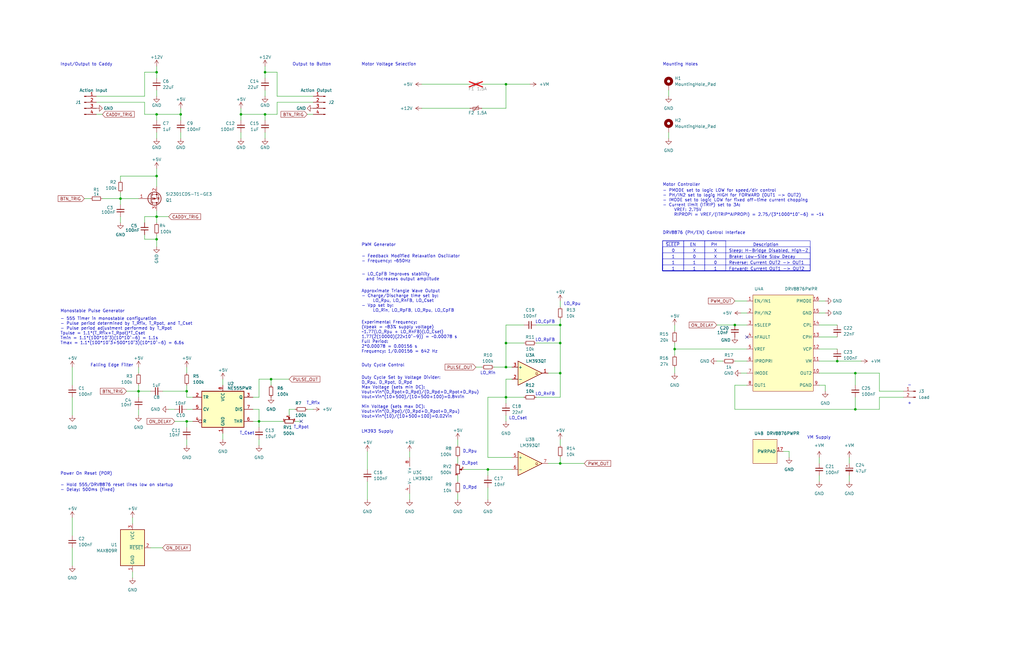
<source format=kicad_sch>
(kicad_sch (version 20231120) (generator "eeschema") (generator_version "8.0")
  (paper "B")
  (title_block (title "Pulse Power Timer") (rev "1") (company "LEARN Geeks for Kids") (comment 1 "Designed By: Joe Heinrich"))
  (junction (at 213.36 167.64))
  (junction (at 66.04 74.295))
  (junction (at 78.74 177.8))
  (junction (at 236.22 137.16))
  (junction (at 360.68 157.48))
  (junction (at 309.88 137.16))
  (junction (at 109.22 177.8))
  (junction (at 50.8 83.82))
  (junction (at 66.04 30.48))
  (junction (at 78.74 165.1))
  (junction (at 66.04 48.26))
  (junction (at 236.22 195.58))
  (junction (at 66.04 91.44))
  (junction (at 114.3 160.02))
  (junction (at 353.06 152.4))
  (junction (at 205.74 198.12))
  (junction (at 213.36 35.56))
  (junction (at 236.22 144.78))
  (junction (at 101.6 48.26))
  (junction (at 236.22 157.48))
  (junction (at 111.76 48.26))
  (junction (at 76.2 48.26))
  (junction (at 284.48 147.32))
  (junction (at 213.36 144.78))
  (junction (at 58.42 165.1))
  (junction (at 213.36 154.94))
  (junction (at 66.04 100.965))
  (junction (at 360.68 172.72))
  (junction (at 111.76 30.48))
  (no_connect (at 314.96 142.24))
  (no_connect (at 127 177.8))
  (wire (pts (xy 93.98 160.02) (xy 93.98 162.56)))
  (wire (pts (xy 177.8 35.56) (xy 198.12 35.56)))
  (wire (pts (xy 50.8 83.82) (xy 58.42 83.82)))
  (wire (pts (xy 109.22 167.64) (xy 109.22 160.02)))
  (wire (pts (xy 101.6 50.8) (xy 101.6 48.26)))
  (wire (pts (xy 50.8 86.36) (xy 50.8 83.82)))
  (wire (pts (xy 345.44 142.24) (xy 353.06 142.24)))
  (wire (pts (xy 205.74 198.12) (xy 215.9 198.12)))
  (wire (pts (xy 111.76 40.64) (xy 111.76 38.1)))
  (wire (pts (xy 76.2 50.8) (xy 76.2 48.26)))
  (wire (pts (xy 30.48 231.14) (xy 30.48 238.76)))
  (wire (pts (xy 106.68 172.72) (xy 109.22 172.72)))
  (wire (pts (xy 63.5 231.14) (xy 68.58 231.14)))
  (wire (pts (xy 358.14 200.66) (xy 358.14 203.2)))
  (wire (pts (xy 208.28 154.94) (xy 213.36 154.94)))
  (wire (pts (xy 205.74 198.12) (xy 205.74 200.66)))
  (wire (pts (xy 66.04 100.965) (xy 66.04 104.14)))
  (wire (pts (xy 220.98 137.16) (xy 213.36 137.16)))
  (wire (pts (xy 360.68 167.64) (xy 360.68 172.72)))
  (wire (pts (xy 114.3 160.02) (xy 121.92 160.02)))
  (wire (pts (xy 345.44 162.56) (xy 347.98 162.56)))
  (wire (pts (xy 330.2 190.5) (xy 332.74 190.5)))
  (wire (pts (xy 213.36 137.16) (xy 213.36 144.78)))
  (wire (pts (xy 124.46 177.8) (xy 127 177.8)))
  (wire (pts (xy 116.84 40.64) (xy 132.08 40.64)))
  (wire (pts (xy 30.48 167.64) (xy 30.48 175.26)))
  (wire (pts (xy 345.44 127) (xy 347.98 127)))
  (wire (pts (xy 345.44 132.08) (xy 347.98 132.08)))
  (wire (pts (xy 35.56 83.82) (xy 38.1 83.82)))
  (wire (pts (xy 53.34 165.1) (xy 58.42 165.1)))
  (wire (pts (xy 114.3 160.02) (xy 114.3 162.56)))
  (wire (pts (xy 58.42 154.94) (xy 58.42 157.48)))
  (wire (pts (xy 284.48 147.32) (xy 314.96 147.32)))
  (wire (pts (xy 78.74 185.42) (xy 78.74 187.96)))
  (wire (pts (xy 111.76 50.8) (xy 111.76 48.26)))
  (wire (pts (xy 205.74 193.04) (xy 215.9 193.04)))
  (wire (pts (xy 284.48 137.16) (xy 284.48 139.7)))
  (wire (pts (xy 93.98 185.42) (xy 93.98 182.88)))
  (wire (pts (xy 78.74 167.64) (xy 81.28 167.64)))
  (wire (pts (xy 66.04 40.64) (xy 66.04 38.1)))
  (wire (pts (xy 284.48 154.94) (xy 284.48 157.48)))
  (wire (pts (xy 193.04 200.66) (xy 193.04 203.2)))
  (wire (pts (xy 43.18 83.82) (xy 50.8 83.82)))
  (wire (pts (xy 193.04 208.28) (xy 193.04 210.82)))
  (wire (pts (xy 101.6 58.42) (xy 101.6 55.88)))
  (wire (pts (xy 66.04 88.9) (xy 66.04 91.44)))
  (wire (pts (xy 111.76 48.26) (xy 101.6 48.26)))
  (wire (pts (xy 236.22 127) (xy 236.22 129.54)))
  (wire (pts (xy 236.22 157.48) (xy 236.22 167.64)))
  (wire (pts (xy 58.42 162.56) (xy 58.42 165.1)))
  (wire (pts (xy 78.74 165.1) (xy 78.74 167.64)))
  (wire (pts (xy 66.04 50.8) (xy 66.04 48.26)))
  (wire (pts (xy 309.88 162.56) (xy 314.96 162.56)))
  (wire (pts (xy 172.72 208.28) (xy 172.72 210.82)))
  (wire (pts (xy 66.04 74.295) (xy 66.04 78.74)))
  (wire (pts (xy 205.74 205.74) (xy 205.74 210.82)))
  (wire (pts (xy 50.8 74.295) (xy 66.04 74.295)))
  (wire (pts (xy 172.72 190.5) (xy 172.72 193.04)))
  (wire (pts (xy 284.48 144.78) (xy 284.48 147.32)))
  (wire (pts (xy 213.36 167.64) (xy 213.36 170.18)))
  (wire (pts (xy 30.48 154.94) (xy 30.48 162.56)))
  (wire (pts (xy 116.84 43.18) (xy 132.08 43.18)))
  (wire (pts (xy 281.94 55.88) (xy 281.94 58.42)))
  (wire (pts (xy 60.96 100.965) (xy 60.96 99.06)))
  (wire (pts (xy 66.04 100.965) (xy 60.96 100.965)))
  (wire (pts (xy 203.2 35.56) (xy 213.36 35.56)))
  (wire (pts (xy 345.44 152.4) (xy 353.06 152.4)))
  (wire (pts (xy 284.48 147.32) (xy 284.48 149.86)))
  (wire (pts (xy 220.98 144.78) (xy 213.36 144.78)))
  (wire (pts (xy 66.04 91.44) (xy 66.04 93.98)))
  (wire (pts (xy 58.42 165.1) (xy 63.5 165.1)))
  (wire (pts (xy 226.06 144.78) (xy 236.22 144.78)))
  (wire (pts (xy 345.44 147.32) (xy 353.06 147.32)))
  (wire (pts (xy 109.22 187.96) (xy 109.22 185.42)))
  (wire (pts (xy 60.96 40.64) (xy 40.64 40.64)))
  (wire (pts (xy 345.44 157.48) (xy 360.68 157.48)))
  (wire (pts (xy 66.04 99.06) (xy 66.04 100.965)))
  (wire (pts (xy 66.04 48.26) (xy 76.2 48.26)))
  (wire (pts (xy 213.36 160.02) (xy 213.36 167.64)))
  (wire (pts (xy 213.36 35.56) (xy 223.52 35.56)))
  (wire (pts (xy 58.42 172.72) (xy 58.42 175.26)))
  (wire (pts (xy 213.36 167.64) (xy 205.74 167.64)))
  (wire (pts (xy 154.94 190.5) (xy 154.94 198.12)))
  (wire (pts (xy 60.96 91.44) (xy 66.04 91.44)))
  (wire (pts (xy 332.74 190.5) (xy 332.74 193.04)))
  (wire (pts (xy 370.84 167.64) (xy 370.84 172.72)))
  (wire (pts (xy 226.06 137.16) (xy 236.22 137.16)))
  (wire (pts (xy 360.68 172.72) (xy 309.88 172.72)))
  (wire (pts (xy 154.94 203.2) (xy 154.94 210.82)))
  (wire (pts (xy 109.22 172.72) (xy 109.22 177.8)))
  (wire (pts (xy 236.22 134.62) (xy 236.22 137.16)))
  (wire (pts (xy 302.26 152.4) (xy 304.8 152.4)))
  (wire (pts (xy 60.96 30.48) (xy 66.04 30.48)))
  (wire (pts (xy 370.84 172.72) (xy 360.68 172.72)))
  (wire (pts (xy 347.98 162.56) (xy 347.98 165.1)))
  (wire (pts (xy 370.84 165.1) (xy 381 165.1)))
  (wire (pts (xy 193.04 193.04) (xy 193.04 195.58)))
  (wire (pts (xy 226.06 167.64) (xy 236.22 167.64)))
  (wire (pts (xy 236.22 137.16) (xy 236.22 144.78)))
  (wire (pts (xy 302.26 137.16) (xy 309.88 137.16)))
  (wire (pts (xy 111.76 30.48) (xy 111.76 33.02)))
  (wire (pts (xy 309.88 152.4) (xy 314.96 152.4)))
  (wire (pts (xy 71.12 172.72) (xy 73.66 172.72)))
  (wire (pts (xy 109.22 177.8) (xy 109.22 180.34)))
  (wire (pts (xy 66.04 27.94) (xy 66.04 30.48)))
  (wire (pts (xy 60.96 30.48) (xy 60.96 40.64)))
  (wire (pts (xy 50.8 91.44) (xy 50.8 93.98)))
  (wire (pts (xy 111.76 27.94) (xy 111.76 30.48)))
  (wire (pts (xy 309.88 172.72) (xy 309.88 162.56)))
  (wire (pts (xy 66.04 71.12) (xy 66.04 74.295)))
  (wire (pts (xy 195.58 198.12) (xy 205.74 198.12)))
  (wire (pts (xy 309.88 137.16) (xy 314.96 137.16)))
  (wire (pts (xy 66.04 30.48) (xy 66.04 33.02)))
  (wire (pts (xy 66.04 91.44) (xy 71.12 91.44)))
  (wire (pts (xy 60.96 48.26) (xy 60.96 43.18)))
  (wire (pts (xy 381 167.64) (xy 370.84 167.64)))
  (wire (pts (xy 66.04 55.88) (xy 66.04 58.42)))
  (wire (pts (xy 78.74 154.94) (xy 78.74 157.48)))
  (wire (pts (xy 76.2 58.42) (xy 76.2 55.88)))
  (wire (pts (xy 116.84 48.26) (xy 111.76 48.26)))
  (wire (pts (xy 78.74 172.72) (xy 81.28 172.72)))
  (wire (pts (xy 281.94 38.1) (xy 281.94 40.64)))
  (wire (pts (xy 213.36 144.78) (xy 213.36 154.94)))
  (wire (pts (xy 101.6 48.26) (xy 101.6 45.72)))
  (wire (pts (xy 236.22 157.48) (xy 236.22 144.78)))
  (wire (pts (xy 58.42 165.1) (xy 58.42 167.64)))
  (wire (pts (xy 60.96 43.18) (xy 40.64 43.18)))
  (wire (pts (xy 215.9 160.02) (xy 213.36 160.02)))
  (wire (pts (xy 345.44 200.66) (xy 345.44 203.2)))
  (wire (pts (xy 360.68 157.48) (xy 370.84 157.48)))
  (wire (pts (xy 203.2 45.72) (xy 213.36 45.72)))
  (wire (pts (xy 353.06 152.4) (xy 363.22 152.4)))
  (wire (pts (xy 68.58 165.1) (xy 78.74 165.1)))
  (wire (pts (xy 30.48 218.44) (xy 30.48 226.06)))
  (wire (pts (xy 370.84 157.48) (xy 370.84 165.1)))
  (wire (pts (xy 213.36 175.26) (xy 213.36 177.8)))
  (wire (pts (xy 231.14 195.58) (xy 236.22 195.58)))
  (wire (pts (xy 345.44 193.04) (xy 345.44 195.58)))
  (wire (pts (xy 106.68 167.64) (xy 109.22 167.64)))
  (wire (pts (xy 358.14 193.04) (xy 358.14 195.58)))
  (wire (pts (xy 312.42 157.48) (xy 314.96 157.48)))
  (wire (pts (xy 200.66 154.94) (xy 203.2 154.94)))
  (wire (pts (xy 55.88 218.44) (xy 55.88 220.98)))
  (wire (pts (xy 106.68 177.8) (xy 109.22 177.8)))
  (wire (pts (xy 55.88 241.3) (xy 55.88 243.84)))
  (wire (pts (xy 73.66 177.8) (xy 78.74 177.8)))
  (wire (pts (xy 60.96 91.44) (xy 60.96 93.98)))
  (wire (pts (xy 309.88 127) (xy 314.96 127)))
  (wire (pts (xy 40.64 48.26) (xy 43.18 48.26)))
  (wire (pts (xy 129.54 48.26) (xy 132.08 48.26)))
  (wire (pts (xy 50.8 74.295) (xy 50.8 76.2)))
  (wire (pts (xy 60.96 48.26) (xy 66.04 48.26)))
  (wire (pts (xy 231.14 157.48) (xy 236.22 157.48)))
  (wire (pts (xy 76.2 48.26) (xy 76.2 45.72)))
  (wire (pts (xy 116.84 48.26) (xy 116.84 43.18)))
  (wire (pts (xy 360.68 157.48) (xy 360.68 162.56)))
  (wire (pts (xy 116.84 30.48) (xy 111.76 30.48)))
  (wire (pts (xy 109.22 160.02) (xy 114.3 160.02)))
  (wire (pts (xy 236.22 185.42) (xy 236.22 187.96)))
  (wire (pts (xy 111.76 55.88) (xy 111.76 58.42)))
  (wire (pts (xy 236.22 195.58) (xy 246.38 195.58)))
  (wire (pts (xy 312.42 132.08) (xy 314.96 132.08)))
  (wire (pts (xy 121.92 172.72) (xy 124.46 172.72)))
  (wire (pts (xy 345.44 137.16) (xy 353.06 137.16)))
  (wire (pts (xy 78.74 162.56) (xy 78.74 165.1)))
  (wire (pts (xy 109.22 177.8) (xy 119.38 177.8)))
  (wire (pts (xy 193.04 185.42) (xy 193.04 187.96)))
  (wire (pts (xy 132.08 172.72) (xy 129.54 172.72)))
  (wire (pts (xy 121.92 175.26) (xy 121.92 172.72)))
  (wire (pts (xy 213.36 167.64) (xy 220.98 167.64)))
  (wire (pts (xy 78.74 177.8) (xy 78.74 180.34)))
  (wire (pts (xy 213.36 45.72) (xy 213.36 35.56)))
  (wire (pts (xy 177.8 45.72) (xy 198.12 45.72)))
  (wire (pts (xy 50.8 81.28) (xy 50.8 83.82)))
  (wire (pts (xy 78.74 177.8) (xy 81.28 177.8)))
  (wire (pts (xy 205.74 167.64) (xy 205.74 193.04)))
  (wire (pts (xy 213.36 154.94) (xy 215.9 154.94)))
  (wire (pts (xy 116.84 30.48) (xy 116.84 40.64)))
  (wire (pts (xy 236.22 193.04) (xy 236.22 195.58)))
  (rectangle (start 279.4 101.6) (end 288.29 114.3))
  (rectangle (start 279.4 104.14) (end 341.63 114.3))
  (rectangle (start 279.4 101.6) (end 341.63 114.3))
  (rectangle (start 279.4 106.68) (end 341.63 114.3))
  (rectangle (start 297.18 101.6) (end 306.07 114.3))
  (rectangle (start 288.29 101.6) (end 297.18 114.3))
  (rectangle (start 279.4 111.76) (end 341.63 114.3))
  (rectangle (start 279.4 109.22) (end 341.63 114.3))
  (text "T_Rpot" (at 127 180.34 0) (effects (font (size 1.27 1.27))))
  (text "0" (at 292.1 109.22 0) (effects (font (size 1.27 1.27)) (justify left bottom)))
  (text "1" (at 283.21 114.3 0) (effects (font (size 1.27 1.27)) (justify left bottom)))
  (text "-" (at 383.54 162.56 0) (effects (font (size 1.27 1.27))))
  (text "0" (at 300.99 111.76 0) (effects (font (size 1.27 1.27)) (justify left bottom)))
  (text "Description" (at 317.5 104.14 0) (effects (font (size 1.27 1.27)) (justify left bottom)))
  (text "X" (at 300.99 109.22 0) (effects (font (size 1.27 1.27)) (justify left bottom)))
  (text "PWM Generator" (at 152.4 104.14 0) (effects (font (size 1.27 1.27)) (justify left bottom)))
  (text "- 555 Timer in monostable configuration\n- Pulse period determined by T_Rfix, T_Rpot, and T_Cset\n- Pulse period adjustment performed by T_Rpot\nTpulse = 1.1*(T_Rfix+T_Rpot)*T_Cset\nTmin = 1.1*(100*10^3)(10*10^-6) = 1.1s\nTmax = 1.1*(100*10^3+500*10^3)(10*10^-6) = 6.6s\n" (at 25.4 139.7 0) (effects (font (size 1.27 1.27)) (justify left)))
  (text "- Feedback Modified Relaxation Oscillator\n- Frequency: ~650Hz" (at 152.4 109.22 0) (effects (font (size 1.27 1.27)) (justify left)))
  (text "Brake; Low-Side Slow Decay" (at 307.34 109.22 0) (effects (font (size 1.27 1.27)) (justify left bottom)))
  (text "0" (at 283.21 106.68 0) (effects (font (size 1.27 1.27)) (justify left bottom)))
  (text "D_Rpot" (at 198.12 195.58 0) (effects (font (size 1.27 1.27))))
  (text "Monostable Pulse Generator" (at 25.4 132.08 0) (effects (font (size 1.27 1.27)) (justify left bottom)))
  (text "D_Rpd" (at 198.12 205.74 0) (effects (font (size 1.27 1.27))))
  (text "LO_CpFB" (at 229.87 135.89 0) (effects (font (size 1.27 1.27))))
  (text "LM393 Supply" (at 152.4 182.88 0) (effects (font (size 1.27 1.27)) (justify left bottom)))
  (text "LO_Cset" (at 218.44 176.53 0) (effects (font (size 1.27 1.27))))
  (text "1" (at 292.1 114.3 0) (effects (font (size 1.27 1.27)) (justify left bottom)))
  (text "D_Rpu" (at 198.12 190.5 0) (effects (font (size 1.27 1.27))))
  (text "- LO_CpFB improves stability\n  and increases output amplitude" (at 152.4 116.84 0) (effects (font (size 1.27 1.27)) (justify left)))
  (text "X" (at 292.1 106.68 0) (effects (font (size 1.27 1.27)) (justify left bottom)))
  (text "Reverse; Current OUT2 -> OUT1" (at 307.34 111.76 0) (effects (font (size 1.27 1.27)) (justify left bottom)))
  (text "+" (at 383.54 170.18 0) (effects (font (size 1.27 1.27))))
  (text "- PMODE set to logic LOW for speed/dir control\n- PH/IN2 set to logig HIGH for FORWARD (OUT1 -> OUT2)\n- IMODE set to logic LOW for fixed off-time current chopping\n- Current limit (ITRIP) set to 3A:\n	VREF: 2.75V\n	RIPROPI = VREF/(ITRIP*AIPROPI) = 2.75/(3*1000*10^-6) = ~1k" (at 279.4 91.44 0) (effects (font (size 1.27 1.27)) (justify left bottom)))
  (text "LO_Rpu" (at 241.3 128.27 0) (effects (font (size 1.27 1.27))))
  (text "1" (at 283.21 109.22 0) (effects (font (size 1.27 1.27)) (justify left bottom)))
  (text "DRV8876 (PH/EN) Control Interface" (at 279.4 99.06 0) (effects (font (size 1.27 1.27)) (justify left bottom)))
  (text "Motor Voltage Selection" (at 152.4 27.94 0) (effects (font (size 1.27 1.27)) (justify left bottom)))
  (text "~{SLEEP}" (at 280.67 104.14 0) (effects (font (size 1.27 1.27)) (justify left bottom)))
  (text "LO_Rin" (at 205.74 157.48 0) (effects (font (size 1.27 1.27))))
  (text "Forward; Current OUT1 -> OUT2" (at 307.34 114.3 0) (effects (font (size 1.27 1.27)) (justify left bottom)))
  (text "Falling Edge Filter" (at 38.1 154.94 0) (effects (font (size 1.27 1.27)) (justify left bottom)))
  (text "- Hold 555/DRV8876 reset lines low on startup\n- Delay: 500ms (fixed)" (at 25.4 205.74 0) (effects (font (size 1.27 1.27)) (justify left)))
  (text "Mounting Holes" (at 279.4 27.94 0) (effects (font (size 1.27 1.27)) (justify left bottom)))
  (text "T_Rfix" (at 132.08 170.18 0) (effects (font (size 1.27 1.27))))
  (text "LO_RnFB" (at 229.87 166.37 0) (effects (font (size 1.27 1.27))))
  (text "EN" (at 290.83 104.14 0) (effects (font (size 1.27 1.27)) (justify left bottom)))
  (text "1" (at 283.21 111.76 0) (effects (font (size 1.27 1.27)) (justify left bottom)))
  (text "PH" (at 299.72 104.14 0) (effects (font (size 1.27 1.27)) (justify left bottom)))
  (text "Approximate Triangle Wave Output\n- Charge/Discharge time set by:\n	LO_Rpu, LO_RnFB, LO_Cset\n- Vpp set by:\n	LO_Rin, LO_RpFB, LO_Rpu, LO_CpFB" (at 152.4 127 0) (effects (font (size 1.27 1.27)) (justify left)))
  (text "X" (at 300.99 106.68 0) (effects (font (size 1.27 1.27)) (justify left bottom)))
  (text "Duty Cycle Control" (at 152.4 154.94 0) (effects (font (size 1.27 1.27)) (justify left bottom)))
  (text "VM Supply" (at 340.36 185.42 0) (effects (font (size 1.27 1.27)) (justify left bottom)))
  (text "Motor Controller" (at 279.4 78.74 0) (effects (font (size 1.27 1.27)) (justify left bottom)))
  (text "Output to Button" (at 139.7 27.94 0) (effects (font (size 1.27 1.27)) (justify right bottom)))
  (text "Experimental Frequency:\n(Vpeak = ~83% supply voltage)\n~1.77(LO_Rpu + LO_RnFB)(LO_Cset)\n1.77(2(10000)(22x10^-9)) = ~0.00078 s\nFull Period:\n2*0.00078 = 0.00156 s\nFrequency: 1/0.00156 = 642 Hz" (at 152.4 142.24 0) (effects (font (size 1.27 1.27)) (justify left)))
  (text "T_Cset" (at 104.14 182.88 0) (effects (font (size 1.27 1.27))))
  (text "Sleep; H-Bridge Disabled, High-Z" (at 307.34 106.68 0) (effects (font (size 1.27 1.27)) (justify left bottom)))
  (text "Power On Reset (POR)" (at 25.4 200.66 0) (effects (font (size 1.27 1.27)) (justify left bottom)))
  (text "1" (at 292.1 111.76 0) (effects (font (size 1.27 1.27)) (justify left bottom)))
  (text "LO_RpFB" (at 229.87 143.51 0) (effects (font (size 1.27 1.27))))
  (text "Duty Cycle Set by Voltage Divider:\nD_Rpu, D_Rpot, D_Rpd\nMax Voltage (sets min DC):\nVout=Vin*(D_Rpot+D_Rpd)/(D_Rpd+D_Rpot+D_Rpu)\nVout=Vin*(10+500)/(10+500+100)=0.84Vin\n\nMin Voltage (sets max DC):\nVout=Vin*(D_Rpd)/(D_Rpd+D_Rpot+D_Rpu)\nVout=Vin*(10)/(10+500+100)=0.02Vin" (at 152.4 167.64 0) (effects (font (size 1.27 1.27)) (justify left)))
  (text "1" (at 300.99 114.3 0) (effects (font (size 1.27 1.27)) (justify left bottom)))
  (text "Input/Output to Caddy" (at 25.4 27.94 0) (effects (font (size 1.27 1.27)) (justify left bottom)))
  (global_label "PWM_OUT" (shape input) (at 246.38 195.58 0) (property "Intersheetrefs" "${INTERSHEET_REFS}" (effects (hide yes))))
  (global_label "CADDY_TRIG" (shape input) (at 43.18 48.26 0) (property "Intersheetrefs" "${INTERSHEET_REFS}" (effects (hide yes))))
  (global_label "BTN_TRIG" (shape input) (at 35.56 83.82 180) (property "Intersheetrefs" "${INTERSHEET_REFS}" (effects (hide yes))))
  (global_label "CADDY_TRIG" (shape input) (at 71.12 91.44 0) (property "Intersheetrefs" "${INTERSHEET_REFS}" (effects (hide yes))))
  (global_label "PULSE_OUT" (shape input) (at 121.92 160.02 0) (property "Intersheetrefs" "${INTERSHEET_REFS}" (effects (hide yes))))
  (global_label "PWM_OUT" (shape input) (at 309.88 127 180) (property "Intersheetrefs" "${INTERSHEET_REFS}" (effects (hide yes))))
  (global_label "BTN_TRIG" (shape input) (at 53.34 165.1 180) (property "Intersheetrefs" "${INTERSHEET_REFS}" (effects (hide yes))))
  (global_label "ON_DELAY" (shape input) (at 73.66 177.8 180) (property "Intersheetrefs" "${INTERSHEET_REFS}" (effects (hide yes))))
  (global_label "BTN_TRIG" (shape input) (at 129.54 48.26 180) (property "Intersheetrefs" "${INTERSHEET_REFS}" (effects (hide yes))))
  (global_label "ON_DELAY" (shape input) (at 302.26 137.16 180) (property "Intersheetrefs" "${INTERSHEET_REFS}" (effects (hide yes))))
  (global_label "ON_DELAY" (shape input) (at 68.58 231.14 0) (property "Intersheetrefs" "${INTERSHEET_REFS}" (effects (hide yes))))
  (global_label "PULSE_OUT" (shape input) (at 200.66 154.94 180) (property "Intersheetrefs" "${INTERSHEET_REFS}" (effects (hide yes))))
  (symbol (lib_id "power:GND") (at 347.98 132.08 90) (unit 1)
    (property "Reference" "#PWR057" (effects (hide yes)))
    (property "Value" "GND" (at 353.06 132.08 90))
  )
  (symbol (lib_id "power:GND") (at 101.6 58.42 0) (mirror y) (unit 1)
    (property "Reference" "#PWR024" (effects (hide yes)))
    (property "Value" "GND" (at 101.6 62.23 0))
  )
  (symbol (lib_id "Device:C_Small") (at 76.2 53.34 0) (unit 1)
    (property "Reference" "C9" (at 78.74 52.07 0) (effects (justify left)))
    (property "Value" "100nF" (at 78.74 54.61 0) (effects (justify left)))
    (property "Footprint" "Capacitor_SMD:C_0402_1005Metric" (effects (hide yes)))
    (property "Datasheet" "https://wmsc.lcsc.com/wmsc/upload/file/pdf/v2/lcsc/2211101700_YAGEO-CC0603KRX7R9BB104_C14663.pdf" (effects (hide yes)))
    (property "MPN" "C307331" (effects (hide yes)))
    (property "Package" "0402" (effects (hide yes)))
  )
  (symbol (lib_id "Device:R_Small") (at 66.04 96.52 0) (mirror y) (unit 1)
    (property "Reference" "R4" (at 69.85 95.25 0) (effects (justify left)))
    (property "Value" "100k" (at 72.39 97.79 0) (effects (justify left)))
    (property "Footprint" "Resistor_SMD:R_0402_1005Metric" (effects (hide yes)))
    (property "Datasheet" "https://wmsc.lcsc.com/wmsc/upload/file/pdf/v2/lcsc/2206010045_UNI-ROYAL-Uniroyal-Elec-0603WAF1003T5E_C25803.pdf" (effects (hide yes)))
    (property "MPN" "C25741" (effects (hide yes)))
    (property "Package" "0402" (effects (hide yes)))
  )
  (symbol (lib_id "power:+5V") (at 193.04 185.42 0) (unit 1)
    (property "Reference" "#PWR034" (effects (hide yes)))
    (property "Value" "+5V" (at 193.04 181.61 0))
  )
  (symbol (lib_id "Device:C_Small") (at 66.04 53.34 0) (unit 1)
    (property "Reference" "C7" (at 68.58 52.0763 0) (effects (justify left)))
    (property "Value" "1uF" (at 68.58 54.6163 0) (effects (justify left)))
    (property "Footprint" "Capacitor_SMD:C_0402_1005Metric" (effects (hide yes)))
    (property "Datasheet" "https://wmsc.lcsc.com/wmsc/upload/file/pdf/v2/lcsc/2304140030_Samsung-Electro-Mechanics-CL10A105KB8NNNC_C15849.pdf" (effects (hide yes)))
    (property "MPN" "C52923" (effects (hide yes)))
    (property "Package" "0402" (effects (hide yes)))
  )
  (symbol (lib_id "power:GND") (at 71.12 172.72 270) (unit 1)
    (property "Reference" "#PWR016" (effects (hide yes)))
    (property "Value" "GND" (at 63.5 172.72 90) (effects (justify left)))
  )
  (symbol (lib_id "power:GND") (at 205.74 210.82 0) (unit 1)
    (property "Reference" "#PWR038" (effects (hide yes)))
    (property "Value" "GND" (at 205.74 215.9 0))
  )
  (symbol (lib_id "Device:Polyfuse_Small") (at 200.66 35.56 90) (unit 1) (in_bom no) (dnp yes)
    (property "Reference" "F1" (at 198.755 37.465 90))
    (property "Value" "1.5A" (at 203.2 37.465 90))
    (property "Footprint" "Fuse:Fuse_1210_3225Metric" (effects (hide yes)))
    (property "Datasheet" "https://wmsc.lcsc.com/wmsc/upload/file/pdf/v2/lcsc/2404021532_LUTE-1210L075-24AR_C22374902.pdf" (effects (hide yes)))
    (property "MPN" "C22374902" (effects (hide yes)))
    (property "Package" "1210" (effects (hide yes)))
  )
  (symbol (lib_id "Device:R_Small") (at 284.48 142.24 0) (mirror y) (unit 1)
    (property "Reference" "R15" (at 281.94 140.9699 0) (effects (justify left)))
    (property "Value" "20k" (at 281.94 143.5099 0) (effects (justify left)))
    (property "Footprint" "Resistor_SMD:R_0402_1005Metric" (effects (hide yes)))
    (property "Description" "Resistor, small symbol" (effects (hide yes)))
    (property "MPN" "C25765" (effects (hide yes)))
    (property "Package" "0402" (effects (hide yes)))
  )
  (symbol (lib_id "power:GND") (at 66.04 104.14 0) (unit 1)
    (property "Reference" "#PWR015" (effects (hide yes)))
    (property "Value" "GND" (at 66.04 109.22 90))
  )
  (symbol (lib_id "power:GND") (at 58.42 175.26 0) (unit 1)
    (property "Reference" "#PWR010" (effects (hide yes)))
    (property "Value" "GND" (at 58.42 180.34 0))
  )
  (symbol (lib_id "Device:R_Small") (at 114.3 165.1 0) (unit 1)
    (property "Reference" "R6" (at 116.84 163.8299 0) (effects (justify left)))
    (property "Value" "100k" (at 116.84 166.3699 0) (effects (justify left)))
    (property "Footprint" "Resistor_SMD:R_0402_1005Metric" (effects (hide yes)))
    (property "Datasheet" "https://wmsc.lcsc.com/wmsc/upload/file/pdf/v2/lcsc/2206010045_UNI-ROYAL-Uniroyal-Elec-0603WAF1003T5E_C25803.pdf" (effects (hide yes)))
    (property "MPN" "C25741" (effects (hide yes)))
    (property "Package" "0402" (effects (hide yes)))
  )
  (symbol (lib_id "Device:C_Small") (at 309.88 139.7 0) (mirror x) (unit 1)
    (property "Reference" "C20" (at 305.435 138.43 0))
    (property "Value" "10nF" (at 304.8 140.335 0))
    (property "Footprint" "Capacitor_SMD:C_0402_1005Metric" (effects (hide yes)))
    (property "MPN" " C15195" (effects (hide yes)))
    (property "Package" "0402" (effects (hide yes)))
  )
  (symbol (lib_id "power:+5V") (at 236.22 127 0) (unit 1)
    (property "Reference" "#PWR043" (effects (hide yes)))
    (property "Value" "+5V" (at 236.22 123.19 0))
  )
  (symbol (lib_id "Connector:Conn_01x04_Pin") (at 35.56 43.18 0) (unit 1) (in_bom no)
    (property "Reference" "J1" (at 33.02 43.18 0))
    (property "Value" "Action Input" (at 39.37 38.1 0))
    (property "Footprint" "Connector_JST:JST_XH_B4B-XH-A_1x04_P2.50mm_Vertical" (effects (hide yes)))
    (property "Package" "JST_XH_1x4_2.5mm" (effects (hide yes)))
  )
  (symbol (lib_id "power:+5V") (at 236.22 185.42 0) (unit 1)
    (property "Reference" "#PWR044" (effects (hide yes)))
    (property "Value" "+5V" (at 236.22 181.61 0))
  )
  (symbol (lib_id "Transistor_FET:Si2371EDS") (at 63.5 83.82 0) (mirror x) (unit 1)
    (property "Reference" "Q1" (at 69.85 84.455 0) (effects (justify left)))
    (property "Value" "SI2301CDS-T1-GE3" (at 69.85 81.915 0) (effects (justify left)))
    (property "Footprint" "Package_TO_SOT_SMD:SOT-23" (effects (hide yes)))
    (property "Datasheet" "http://www.vishay.com/docs/63924/si2371eds.pdf" (effects (hide yes)))
    (property "MPN" "C10487" (effects (hide yes)))
    (property "Package" "SOT-23" (effects (hide yes)))
  )
  (symbol (lib_id "Device:C_Small") (at 154.94 200.66 0) (unit 1)
    (property "Reference" "C16" (at 157.48 199.3962 0) (effects (justify left)))
    (property "Value" "100nF" (at 157.48 201.9362 0) (effects (justify left)))
    (property "Footprint" "Capacitor_SMD:C_0402_1005Metric" (effects (hide yes)))
    (property "Description" "Unpolarized capacitor, small symbol" (effects (hide yes)))
    (property "MPN" "C307331" (effects (hide yes)))
    (property "Package" "0402" (effects (hide yes)))
  )
  (symbol (lib_id "Device:C_Small") (at 223.52 137.16 90) (unit 1)
    (property "Reference" "C19" (at 223.5263 130.81 90))
    (property "Value" "100nF" (at 223.5263 133.35 90))
    (property "Footprint" "Capacitor_SMD:C_0402_1005Metric" (effects (hide yes)))
    (property "Description" "Unpolarized capacitor, small symbol" (effects (hide yes)))
    (property "MPN" "C307331" (effects (hide yes)))
    (property "Package" "0402" (effects (hide yes)))
  )
  (symbol (lib_id "power:+1V0") (at 345.44 193.04 0) (unit 1)
    (property "Reference" "#PWR054" (effects (hide yes)))
    (property "Value" "+VM" (at 345.44 187.96 0))
    (property "Description" "Power symbol creates a global label with name \"+1V0\"" (effects (hide yes)))
  )
  (symbol (lib_id "power:GND") (at 93.98 185.42 0) (unit 1)
    (property "Reference" "#PWR022" (effects (hide yes)))
    (property "Value" "GND" (at 93.98 190.5 0))
  )
  (symbol (lib_id "Device:R_Small") (at 193.04 205.74 0) (unit 1)
    (property "Reference" "R9" (at 190.5 204.4699 0) (effects (justify right)))
    (property "Value" "10k" (at 190.5 207.0099 0) (effects (justify right)))
    (property "Footprint" "Resistor_SMD:R_0402_1005Metric" (effects (hide yes)))
    (property "Description" "Resistor, small symbol" (effects (hide yes)))
    (property "MPN" "C25744" (effects (hide yes)))
    (property "Package" "0402" (effects (hide yes)))
  )
  (symbol (lib_id "power:GND") (at 309.88 142.24 0) (unit 1)
    (property "Reference" "#PWR050" (effects (hide yes)))
    (property "Value" "GND" (at 306.07 143.51 0))
  )
  (symbol (lib_id "Device:C_Small") (at 360.68 165.1 0) (unit 1)
    (property "Reference" "C25" (at 363.22 163.8362 0) (effects (justify left)))
    (property "Value" "100nF" (at 363.22 166.3762 0) (effects (justify left)))
    (property "Footprint" "Capacitor_SMD:C_0402_1005Metric" (effects (hide yes)))
    (property "Description" "Unpolarized capacitor, small symbol" (effects (hide yes)))
    (property "MPN" "C307331" (effects (hide yes)))
    (property "Package" "0402" (effects (hide yes)))
  )
  (symbol (lib_id "power:+5V") (at 30.48 154.94 0) (unit 1)
    (property "Reference" "#PWR01" (effects (hide yes)))
    (property "Value" "+5V" (at 30.48 151.13 0))
  )
  (symbol (lib_id "power:+1V0") (at 223.52 35.56 270) (unit 1)
    (property "Reference" "#PWR042" (effects (hide yes)))
    (property "Value" "+VM" (at 227.33 35.5599 90) (effects (justify left)))
    (property "Description" "Power symbol creates a global label with name \"+1V0\"" (effects (hide yes)))
  )
  (symbol (lib_id "Device:C_Small") (at 353.06 139.7 0) (unit 1)
    (property "Reference" "C22" (at 355.6 138.4362 0) (effects (justify left)))
    (property "Value" "22nF" (at 355.6 140.9762 0) (effects (justify left)))
    (property "Footprint" "Capacitor_SMD:C_0402_1005Metric" (effects (hide yes)))
    (property "Description" "Unpolarized capacitor, small symbol" (effects (hide yes)))
    (property "MPN" "C1532" (effects (hide yes)))
    (property "Package" "0402" (effects (hide yes)))
  )
  (symbol (lib_id "Device:R_Small") (at 127 172.72 270) (mirror x) (unit 1)
    (property "Reference" "R7" (at 124.46 170.18 90) (effects (justify left)))
    (property "Value" "100k" (at 124.46 175.26 90) (effects (justify left)))
    (property "Footprint" "Resistor_SMD:R_0402_1005Metric" (effects (hide yes)))
    (property "Datasheet" "https://wmsc.lcsc.com/wmsc/upload/file/pdf/v2/lcsc/2206010045_UNI-ROYAL-Uniroyal-Elec-0603WAF1003T5E_C25803.pdf" (effects (hide yes)))
    (property "MPN" "C25741" (effects (hide yes)))
    (property "Package" "0402" (effects (hide yes)))
  )
  (symbol (lib_id "power:GND") (at 281.94 58.42 0) (unit 1)
    (property "Reference" "#PWR046" (effects (hide yes)))
    (property "Value" "GND" (at 281.94 63.5 0))
  )
  (symbol (lib_id "Pulse_PWM_Timer:DRV8876PWPR") (at 322.58 190.5 0) (unit 2)
    (property "Reference" "U4" (at 320.04 182.88 0))
    (property "Value" "DRV8876PWPR" (at 330.2 182.88 0))
    (property "Footprint" "Package_SO:HTSSOP-16-1EP_4.4x5mm_P0.65mm_EP3.4x5mm_Mask2.46x2.31mm" (effects (hide yes)))
    (property "Datasheet" "https://www.ti.com/lit/ds/symlink/drv8876.pdf?ts=1726955277910&ref_url=https%253A%252F%252Fwww.mouser.com%252F" (effects (hide yes)))
    (property "Description" "4.5-37V, 3.6A  H-Bridge Motor Driver With Integrated Current Sense and Regulation" (effects (hide yes)))
    (property "MPN" "C575551" (effects (hide yes)))
    (property "Package" " HTSSOP-16-EP" (effects (hide yes)))
  )
  (symbol (lib_id "Device:R_Small") (at 223.52 144.78 90) (unit 1)
    (property "Reference" "R11" (at 223.52 142.24 90))
    (property "Value" "10k" (at 223.52 147.32 90))
    (property "Footprint" "Resistor_SMD:R_0402_1005Metric" (effects (hide yes)))
    (property "Description" "Resistor, small symbol" (effects (hide yes)))
    (property "MPN" "C25744" (effects (hide yes)))
    (property "Package" "0402" (effects (hide yes)))
  )
  (symbol (lib_id "Device:C_Small") (at 66.04 165.1 90) (unit 1)
    (property "Reference" "C8" (at 66.04 167.64 90))
    (property "Value" "1uF" (at 66.04 162.56 90))
    (property "Footprint" "Capacitor_SMD:C_0402_1005Metric" (effects (hide yes)))
    (property "Datasheet" "https://wmsc.lcsc.com/wmsc/upload/file/pdf/v2/lcsc/2304140030_Samsung-Electro-Mechanics-CL10A105KB8NNNC_C15849.pdf" (effects (hide yes)))
    (property "MPN" "C52923" (effects (hide yes)))
    (property "Package" "0402" (effects (hide yes)))
  )
  (symbol (lib_id "power:+5V") (at 154.94 190.5 0) (unit 1)
    (property "Reference" "#PWR036" (effects (hide yes)))
    (property "Value" "+5V" (at 154.94 186.69 0))
  )
  (symbol (lib_id "power:+5V") (at 111.76 27.94 0) (mirror y) (unit 1)
    (property "Reference" "#PWR026" (effects (hide yes)))
    (property "Value" "+12V" (at 111.76 24.13 0))
  )
  (symbol (lib_id "power:GND") (at 55.88 243.84 0) (unit 1)
    (property "Reference" "#PWR08" (effects (hide yes)))
    (property "Value" "GND" (at 55.88 248.92 0))
  )
  (symbol (lib_id "power:GND") (at 312.42 157.48 270) (unit 1)
    (property "Reference" "#PWR052" (effects (hide yes)))
    (property "Value" "GND" (at 307.34 157.48 90))
  )
  (symbol (lib_id "Connector:Conn_01x04_Pin") (at 137.16 43.18 0) (mirror y) (unit 1) (in_bom no)
    (property "Reference" "J2" (at 139.7 43.18 0))
    (property "Value" "Action Output" (at 133.35 38.1 0))
    (property "Footprint" "Connector_JST:JST_XH_B4B-XH-A_1x04_P2.50mm_Vertical" (effects (hide yes)))
    (property "Package" "JST_XH_1x4_2.5mm" (effects (hide yes)))
  )
  (symbol (lib_id "power:GND") (at 40.64 45.72 90) (unit 1)
    (property "Reference" "#PWR05" (effects (hide yes)))
    (property "Value" "GND" (at 45.72 45.72 90))
  )
  (symbol (lib_id "power:+5V") (at 66.04 27.94 0) (unit 1)
    (property "Reference" "#PWR011" (effects (hide yes)))
    (property "Value" "+12V" (at 66.04 24.13 0))
  )
  (symbol (lib_id "power:GND") (at 347.98 127 90) (unit 1)
    (property "Reference" "#PWR056" (effects (hide yes)))
    (property "Value" "GND" (at 353.06 127 90))
  )
  (symbol (lib_id "Device:C_Small") (at 111.76 35.56 0) (mirror y) (unit 1)
    (property "Reference" "C14" (at 109.22 34.2962 0) (effects (justify left)))
    (property "Value" "22uF" (at 109.22 36.8362 0) (effects (justify left)))
    (property "Footprint" "Capacitor_SMD:C_0805_2012Metric" (effects (hide yes)))
    (property "Description" "Unpolarized capacitor, small symbol" (effects (hide yes)))
    (property "MPN" "C45783" (effects (hide yes)))
    (property "Package" "0805" (effects (hide yes)))
  )
  (symbol (lib_id "Device:C_Small") (at 109.22 182.88 0) (unit 1)
    (property "Reference" "C13" (at 111.76 181.6162 0) (effects (justify left)))
    (property "Value" "10uF" (at 111.76 184.1562 0) (effects (justify left)))
    (property "Footprint" "Capacitor_SMD:C_0603_1608Metric" (effects (hide yes)))
    (property "Datasheet" "https://wmsc.lcsc.com/wmsc/upload/file/pdf/v2/lcsc/2304140030_Samsung-Electro-Mechanics-CL21A106KAYNNNE_C15850.pdf" (effects (hide yes)))
    (property "MPN" "C96446" (effects (hide yes)))
    (property "Package" "0603" (effects (hide yes)))
  )
  (symbol (lib_id "Device:R_Small") (at 236.22 132.08 0) (unit 1)
    (property "Reference" "R13" (at 238.76 130.8099 0) (effects (justify left)))
    (property "Value" "10k" (at 238.76 133.3499 0) (effects (justify left)))
    (property "Footprint" "Resistor_SMD:R_0402_1005Metric" (effects (hide yes)))
    (property "Description" "Resistor, small symbol" (effects (hide yes)))
    (property "MPN" "C25744" (effects (hide yes)))
    (property "Package" "0402" (effects (hide yes)))
  )
  (symbol (lib_id "power:GND") (at 358.14 203.2 0) (unit 1)
    (property "Reference" "#PWR060" (effects (hide yes)))
    (property "Value" "GND" (at 358.14 208.28 0))
  )
  (symbol (lib_id "power:+5V") (at 284.48 137.16 0) (unit 1)
    (property "Reference" "#PWR047" (effects (hide yes)))
    (property "Value" "+5V" (at 284.48 133.35 0))
  )
  (symbol (lib_id "Device:R_Small") (at 50.8 78.74 0) (unit 1)
    (property "Reference" "R2" (at 46.355 76.835 0) (effects (justify left)))
    (property "Value" "100k" (at 44.45 79.375 0) (effects (justify left)))
    (property "Footprint" "Resistor_SMD:R_0402_1005Metric" (effects (hide yes)))
    (property "Datasheet" "https://wmsc.lcsc.com/wmsc/upload/file/pdf/v2/lcsc/2206010045_UNI-ROYAL-Uniroyal-Elec-0603WAF1003T5E_C25803.pdf" (effects (hide yes)))
    (property "MPN" "C25741" (effects (hide yes)))
    (property "Package" "0402" (effects (hide yes)))
  )
  (symbol (lib_id "power:+5V") (at 30.48 218.44 0) (unit 1)
    (property "Reference" "#PWR03" (effects (hide yes)))
    (property "Value" "+5V" (at 30.48 214.63 0))
  )
  (symbol (lib_id "power:GND") (at 193.04 210.82 0) (unit 1)
    (property "Reference" "#PWR035" (effects (hide yes)))
    (property "Value" "GND" (at 193.04 215.9 0))
  )
  (symbol (lib_id "Device:C_Polarized_Small") (at 358.14 198.12 0) (unit 1)
    (property "Reference" "C24" (at 360.68 196.3038 0) (effects (justify left)))
    (property "Value" "47uF" (at 360.68 198.8438 0) (effects (justify left)))
    (property "Footprint" "Capacitor_SMD:CP_Elec_6.3x5.4" (effects (hide yes)))
    (property "Description" "Polarized capacitor, small symbol" (effects (hide yes)))
    (property "MPN" " C3001213" (effects (hide yes)))
    (property "Package" "D6.3xL5.4mm" (effects (hide yes)))
  )
  (symbol (lib_id "Connector:Conn_01x02_Pin") (at 386.08 165.1 0) (mirror y) (unit 1)
    (property "Reference" "J3" (at 387.35 165.0999 0) (effects (justify right)))
    (property "Value" "Load" (at 387.35 167.6399 0) (effects (justify right)))
    (property "Footprint" "Connector_JST:JST_XH_B2B-XH-A_1x02_P2.50mm_Vertical" (effects (hide yes)))
    (property "Description" "Generic connector, single row, 01x02, script generated" (effects (hide yes)))
    (property "Package" "JST_XH_1x2_2.5mm" (effects (hide yes)))
  )
  (symbol (lib_id "Mechanical:MountingHole_Pad") (at 281.94 35.56 0) (unit 1)
    (property "Reference" "H1" (at 284.48 33.0199 0) (effects (justify left)))
    (property "Value" "MountingHole_Pad" (at 284.48 35.5599 0) (effects (justify left)))
    (property "Footprint" "MountingHole:MountingHole_2.5mm_Pad" (effects (hide yes)))
  )
  (symbol (lib_id "Device:C_Small") (at 353.06 149.86 0) (unit 1)
    (property "Reference" "C23" (at 355.6 148.5962 0) (effects (justify left)))
    (property "Value" "100nF" (at 355.6 151.1362 0) (effects (justify left)))
    (property "Footprint" "Capacitor_SMD:C_0402_1005Metric" (effects (hide yes)))
    (property "Description" "Unpolarized capacitor, small symbol" (effects (hide yes)))
    (property "MPN" "C307331" (effects (hide yes)))
    (property "Package" "0402" (effects (hide yes)))
  )
  (symbol (lib_id "power:GND") (at 30.48 175.26 0) (unit 1)
    (property "Reference" "#PWR02" (effects (hide yes)))
    (property "Value" "GND" (at 30.48 180.34 0))
  )
  (symbol (lib_id "Device:C_Small") (at 345.44 198.12 0) (unit 1)
    (property "Reference" "C21" (at 347.98 196.8562 0) (effects (justify left)))
    (property "Value" "100nF" (at 347.98 199.3962 0) (effects (justify left)))
    (property "Footprint" "Capacitor_SMD:C_0402_1005Metric" (effects (hide yes)))
    (property "Description" "Unpolarized capacitor, small symbol" (effects (hide yes)))
    (property "MPN" "C307331" (effects (hide yes)))
    (property "Package" "0402" (effects (hide yes)))
  )
  (symbol (lib_id "Device:C_Small") (at 60.96 96.52 0) (mirror x) (unit 1)
    (property "Reference" "C5" (at 56.515 95.25 0))
    (property "Value" "100nF" (at 55.88 97.155 0))
    (property "Footprint" "Capacitor_SMD:C_0402_1005Metric" (effects (hide yes)))
    (property "Datasheet" "https://wmsc.lcsc.com/wmsc/upload/file/pdf/v2/lcsc/2211101700_YAGEO-CC0603KRX7R9BB104_C14663.pdf" (effects (hide yes)))
    (property "MPN" "C307331" (effects (hide yes)))
    (property "Package" "0402" (effects (hide yes)))
  )
  (symbol (lib_id "power:GND") (at 281.94 40.64 0) (unit 1)
    (property "Reference" "#PWR045" (effects (hide yes)))
    (property "Value" "GND" (at 281.94 45.72 0))
  )
  (symbol (lib_id "Pulse_PWM_Timer:DRV8876PWPR") (at 330.2 144.78 0) (unit 1)
    (property "Reference" "U4" (at 320.04 121.92 0))
    (property "Value" "DRV8876PWPR" (at 337.82 121.92 0))
    (property "Footprint" "Package_SO:HTSSOP-16-1EP_4.4x5mm_P0.65mm_EP3.4x5mm_Mask2.46x2.31mm" (effects (hide yes)))
    (property "Datasheet" "https://www.ti.com/lit/ds/symlink/drv8876.pdf?ts=1726955277910&ref_url=https%253A%252F%252Fwww.mouser.com%252F" (effects (hide yes)))
    (property "Description" "4.5-37V, 3.6A  H-Bridge Motor Driver With Integrated Current Sense and Regulation" (effects (hide yes)))
    (property "MPN" "C575551" (effects (hide yes)))
    (property "Package" " HTSSOP-16-EP" (effects (hide yes)))
  )
  (symbol (lib_id "Device:Polyfuse_Small") (at 200.66 45.72 90) (unit 1)
    (property "Reference" "F2" (at 198.755 47.625 90))
    (property "Value" "1.5A" (at 203.2 47.625 90))
    (property "Footprint" "Fuse:Fuse_1210_3225Metric" (effects (hide yes)))
    (property "Datasheet" "https://wmsc.lcsc.com/wmsc/upload/file/pdf/v2/lcsc/2404021532_LUTE-1210L075-24AR_C22374902.pdf" (effects (hide yes)))
    (property "MPN" "C22374902" (effects (hide yes)))
    (property "Package" "1210" (effects (hide yes)))
  )
  (symbol (lib_id "power:GND") (at 30.48 238.76 0) (unit 1)
    (property "Reference" "#PWR04" (effects (hide yes)))
    (property "Value" "GND" (at 30.48 243.84 0))
  )
  (symbol (lib_id "power:GND") (at 347.98 165.1 0) (unit 1)
    (property "Reference" "#PWR058" (effects (hide yes)))
    (property "Value" "GND" (at 347.98 170.18 0))
  )
  (symbol (lib_id "power:+5V") (at 76.2 45.72 0) (unit 1)
    (property "Reference" "#PWR017" (effects (hide yes)))
    (property "Value" "+5V" (at 76.2 41.91 0))
  )
  (symbol (lib_id "Device:C_Small") (at 205.74 203.2 0) (unit 1)
    (property "Reference" "C17" (at 208.28 201.9362 0) (effects (justify left)))
    (property "Value" "10nF" (at 208.28 204.4762 0) (effects (justify left)))
    (property "Footprint" "Capacitor_SMD:C_0402_1005Metric" (effects (hide yes)))
    (property "Description" "Unpolarized capacitor, small symbol" (effects (hide yes)))
    (property "MPN" " C15195" (effects (hide yes)))
    (property "Package" "0402" (effects (hide yes)))
  )
  (symbol (lib_id "power:+5V") (at 172.72 190.5 0) (unit 1)
    (property "Reference" "#PWR040" (effects (hide yes)))
    (property "Value" "+5V" (at 172.72 186.69 0))
  )
  (symbol (lib_id "Device:C_Small") (at 101.6 53.34 0) (mirror y) (unit 1)
    (property "Reference" "C12" (at 99.06 52.07 0) (effects (justify left)))
    (property "Value" "100nF" (at 99.06 54.61 0) (effects (justify left)))
    (property "Footprint" "Capacitor_SMD:C_0402_1005Metric" (effects (hide yes)))
    (property "Datasheet" "https://wmsc.lcsc.com/wmsc/upload/file/pdf/v2/lcsc/2211101700_YAGEO-CC0603KRX7R9BB104_C14663.pdf" (effects (hide yes)))
    (property "MPN" "C307331" (effects (hide yes)))
    (property "Package" "0402" (effects (hide yes)))
  )
  (symbol (lib_id "power:GND") (at 332.74 193.04 0) (unit 1)
    (property "Reference" "#PWR053" (effects (hide yes)))
    (property "Value" "GND" (at 332.74 198.12 0))
  )
  (symbol (lib_id "power:+12V") (at 177.8 45.72 90) (unit 1)
    (property "Reference" "#PWR033" (effects (hide yes)))
    (property "Value" "+12V" (at 173.99 45.7199 90) (effects (justify left)))
    (property "Description" "Power symbol creates a global label with name \"+12V\"" (effects (hide yes)))
  )
  (symbol (lib_id "Device:C_Small") (at 30.48 228.6 0) (unit 1)
    (property "Reference" "C2" (at 33.02 227.3362 0) (effects (justify left)))
    (property "Value" "100nF" (at 33.02 229.8762 0) (effects (justify left)))
    (property "Footprint" "Capacitor_SMD:C_0402_1005Metric" (effects (hide yes)))
    (property "Description" "Unpolarized capacitor, small symbol" (effects (hide yes)))
    (property "MPN" "C307331" (effects (hide yes)))
    (property "Package" "0402" (effects (hide yes)))
  )
  (symbol (lib_id "power:+5V") (at 101.6 45.72 0) (mirror y) (unit 1)
    (property "Reference" "#PWR023" (effects (hide yes)))
    (property "Value" "+5V" (at 101.6 41.91 0))
  )
  (symbol (lib_id "power:+5V") (at 78.74 154.94 0) (unit 1)
    (property "Reference" "#PWR019" (effects (hide yes)))
    (property "Value" "+5V" (at 78.74 151.13 0))
  )
  (symbol (lib_id "Device:C_Small") (at 66.04 35.56 0) (unit 1)
    (property "Reference" "C6" (at 68.58 34.2962 0) (effects (justify left)))
    (property "Value" "22uF" (at 68.58 36.8362 0) (effects (justify left)))
    (property "Footprint" "Capacitor_SMD:C_0805_2012Metric" (effects (hide yes)))
    (property "Description" "Unpolarized capacitor, small symbol" (effects (hide yes)))
    (property "MPN" "C45783" (effects (hide yes)))
    (property "Package" "0805" (effects (hide yes)))
  )
  (symbol (lib_id "power:GND") (at 66.04 58.42 0) (unit 1)
    (property "Reference" "#PWR013" (effects (hide yes)))
    (property "Value" "GND" (at 66.04 62.23 0))
  )
  (symbol (lib_id "power:GND") (at 213.36 177.8 0) (unit 1)
    (property "Reference" "#PWR039" (effects (hide yes)))
    (property "Value" "GND" (at 213.36 182.88 0))
  )
  (symbol (lib_id "power:GND") (at 172.72 210.82 0) (unit 1)
    (property "Reference" "#PWR041" (effects (hide yes)))
    (property "Value" "GND" (at 172.72 215.9 0))
  )
  (symbol (lib_id "Device:C_Small") (at 111.76 53.34 0) (mirror y) (unit 1)
    (property "Reference" "C15" (at 109.22 52.0763 0) (effects (justify left)))
    (property "Value" "1uF" (at 109.22 54.6163 0) (effects (justify left)))
    (property "Footprint" "Capacitor_SMD:C_0402_1005Metric" (effects (hide yes)))
    (property "Datasheet" "https://wmsc.lcsc.com/wmsc/upload/file/pdf/v2/lcsc/2304140030_Samsung-Electro-Mechanics-CL10A105KB8NNNC_C15849.pdf" (effects (hide yes)))
    (property "MPN" "C52923" (effects (hide yes)))
    (property "Package" "0402" (effects (hide yes)))
  )
  (symbol (lib_id "Timer:NE555D") (at 93.98 172.72 0) (unit 1)
    (property "Reference" "U2" (at 95.885 161.925 0) (effects (justify left)))
    (property "Value" "NE555PWR" (at 95.885 163.83 0) (effects (justify left)))
    (property "Footprint" "Package_SO:TSSOP-8_4.4x3mm_P0.65mm" (effects (hide yes)))
    (property "Datasheet" "http://www.ti.com/lit/ds/symlink/ne555.pdf" (effects (hide yes)))
    (property "MPN" "C105643" (effects (hide yes)))
    (property "Package" "TSSOP-8" (effects (hide yes)))
  )
  (symbol (lib_id "power:GND") (at 154.94 210.82 0) (unit 1)
    (property "Reference" "#PWR037" (effects (hide yes)))
    (property "Value" "GND" (at 154.94 215.9 0))
  )
  (symbol (lib_id "Device:R_Small") (at 236.22 190.5 0) (unit 1)
    (property "Reference" "R14" (at 238.76 189.2299 0) (effects (justify left)))
    (property "Value" "10k" (at 238.76 191.7699 0) (effects (justify left)))
    (property "Footprint" "Resistor_SMD:R_0402_1005Metric" (effects (hide yes)))
    (property "Description" "Resistor, small symbol" (effects (hide yes)))
    (property "MPN" "C25744" (effects (hide yes)))
    (property "Package" "0402" (effects (hide yes)))
  )
  (symbol (lib_id "power:GND") (at 76.2 58.42 0) (unit 1)
    (property "Reference" "#PWR018" (effects (hide yes)))
    (property "Value" "GND" (at 76.2 62.23 0))
  )
  (symbol (lib_id "power:GND") (at 50.8 93.98 0) (unit 1)
    (property "Reference" "#PWR06" (effects (hide yes)))
    (property "Value" "GND" (at 50.8 99.06 0))
  )
  (symbol (lib_id "Device:R_Potentiometer_Small") (at 121.92 177.8 90) (unit 1)
    (property "Reference" "RV1" (at 119.38 180.34 90) (effects (justify right)))
    (property "Value" "500k" (at 119.38 182.88 90) (effects (justify right)))
    (property "Footprint" "Potentiometer_SMD:Potentiometer_Bourns_TC33X_Vertical" (effects (hide yes)))
    (property "Datasheet" "https://wmsc.lcsc.com/wmsc/upload/file/pdf/v2/lcsc/2304140030_HDK-Hokuriku-Elec-Industry-VG039NCHXTB504_C128558.pdf" (effects (hide yes)))
    (property "MPN" "C128558" (effects (hide yes)))
    (property "Package" "3-SMD" (effects (hide yes)))
  )
  (symbol (lib_id "power:+5V") (at 55.88 218.44 0) (unit 1)
    (property "Reference" "#PWR07" (effects (hide yes)))
    (property "Value" "+5V" (at 55.88 214.63 0))
  )
  (symbol (lib_name "+5V_2") (lib_id "power:+5V") (at 177.8 35.56 90) (unit 1)
    (property "Reference" "#PWR032" (effects (hide yes)))
    (property "Value" "+5V" (at 173.99 35.5599 90) (effects (justify left)))
    (property "Description" "Power symbol creates a global label with name \"+5V\"" (effects (hide yes)))
  )
  (symbol (lib_id "Device:R_Small") (at 284.48 152.4 0) (mirror y) (unit 1)
    (property "Reference" "R16" (at 281.94 151.1299 0) (effects (justify left)))
    (property "Value" "27k" (at 281.94 153.6699 0) (effects (justify left)))
    (property "Footprint" "Resistor_SMD:R_0402_1005Metric" (effects (hide yes)))
    (property "Description" "Resistor, small symbol" (effects (hide yes)))
    (property "MPN" "C25771" (effects (hide yes)))
    (property "Package" "0402" (effects (hide yes)))
  )
  (symbol (lib_name "+5V_1") (lib_id "power:+5V") (at 132.08 172.72 270) (unit 1)
    (property "Reference" "#PWR031" (effects (hide yes)))
    (property "Value" "+5V" (at 135.89 172.7199 90) (effects (justify left)))
    (property "Description" "Power symbol creates a global label with name \"+5V\"" (effects (hide yes)))
  )
  (symbol (lib_id "Device:R_Small") (at 40.64 83.82 90) (mirror x) (unit 1)
    (property "Reference" "R1" (at 40.64 80.01 90))
    (property "Value" "1k" (at 40.64 81.915 90))
    (property "Footprint" "Resistor_SMD:R_0402_1005Metric" (effects (hide yes)))
    (property "Datasheet" "https://wmsc.lcsc.com/wmsc/upload/file/pdf/v2/lcsc/2206010130_UNI-ROYAL-Uniroyal-Elec-0603WAF1001T5E_C21190.pdf" (effects (hide yes)))
    (property "MPN" "C11702" (effects (hide yes)))
    (property "Package" "0402" (effects (hide yes)))
  )
  (symbol (lib_id "Device:C_Small") (at 76.2 172.72 90) (unit 1)
    (property "Reference" "C10" (at 76.2 175.26 90))
    (property "Value" "10nF" (at 76.2 170.18 90))
    (property "Footprint" "Capacitor_SMD:C_0402_1005Metric" (effects (hide yes)))
    (property "Datasheet" "https://wmsc.lcsc.com/wmsc/upload/file/pdf/v2/lcsc/2304140030_FH--Guangdong-Fenghua-Advanced-Tech-0603B103K500NT_C57112.pdf" (effects (hide yes)))
    (property "MPN" " C15195" (effects (hide yes)))
    (property "Package" "0402" (effects (hide yes)))
  )
  (symbol (lib_id "power:GND") (at 302.26 152.4 270) (unit 1)
    (property "Reference" "#PWR049" (effects (hide yes)))
    (property "Value" "GND" (at 297.18 152.4 90))
  )
  (symbol (lib_id "power:+5V") (at 93.98 160.02 0) (unit 1)
    (property "Reference" "#PWR021" (effects (hide yes)))
    (property "Value" "+5V" (at 93.98 156.21 0))
  )
  (symbol (lib_id "power:GND") (at 114.3 167.64 0) (unit 1)
    (property "Reference" "#PWR029" (effects (hide yes)))
    (property "Value" "GND" (at 114.3 172.72 0))
  )
  (symbol (lib_id "Device:C_Small") (at 50.8 88.9 0) (mirror x) (unit 1)
    (property "Reference" "C3" (at 46.355 87.63 0))
    (property "Value" "100nF" (at 45.72 89.535 0))
    (property "Footprint" "Capacitor_SMD:C_0402_1005Metric" (effects (hide yes)))
    (property "Datasheet" "https://wmsc.lcsc.com/wmsc/upload/file/pdf/v2/lcsc/2211101700_YAGEO-CC0603KRX7R9BB104_C14663.pdf" (effects (hide yes)))
    (property "MPN" "C307331" (effects (hide yes)))
    (property "Package" "0402" (effects (hide yes)))
  )
  (symbol (lib_id "Device:C_Small") (at 30.48 165.1 0) (unit 1)
    (property "Reference" "C1" (at 33.02 163.8362 0) (effects (justify left)))
    (property "Value" "100nF" (at 33.02 166.3762 0) (effects (justify left)))
    (property "Footprint" "Capacitor_SMD:C_0402_1005Metric" (effects (hide yes)))
    (property "Description" "Unpolarized capacitor, small symbol" (effects (hide yes)))
    (property "MPN" "C307331" (effects (hide yes)))
    (property "Package" "0402" (effects (hide yes)))
  )
  (symbol (lib_id "Comparator:LM393") (at 175.26 200.66 0) (unit 3)
    (property "Reference" "U3" (at 173.99 199.3899 0) (effects (justify left)))
    (property "Value" "LM393QT" (at 173.99 201.9299 0) (effects (justify left)))
    (property "Footprint" "Package_DFN_QFN:DFN-8-1EP_2x2mm_P0.5mm_EP0.9x1.6mm" (effects (hide yes)))
    (property "Datasheet" "http://www.ti.com/lit/ds/symlink/lm393.pdf" (effects (hide yes)))
    (property "Description" "Low-Power, Low-Offset Voltage, Dual Comparators, DIP-8/SOIC-8/TO-99-8" (effects (hide yes)))
    (property "MPN" "C2970927" (effects (hide yes)))
    (property "Package" " DFN-8(2x2)" (effects (hide yes)))
  )
  (symbol (lib_id "power:GND") (at 109.22 187.96 0) (unit 1)
    (property "Reference" "#PWR025" (effects (hide yes)))
    (property "Value" "GND" (at 109.22 193.04 0))
  )
  (symbol (lib_id "Power_Supervisor:LM809") (at 55.88 231.14 0) (unit 1)
    (property "Reference" "U1" (at 49.53 229.8699 0) (effects (justify right)))
    (property "Value" "MAX809R" (at 49.53 232.4099 0) (effects (justify right)))
    (property "Footprint" "Package_TO_SOT_SMD:SOT-23" (effects (hide yes)))
    (property "Datasheet" "https://www.analog.com/media/en/technical-documentation/data-sheets/max803-max810z.pdf" (effects (hide yes)))
    (property "Description" "Microprocessor Reset (active-low) Circuit, SOT-23" (effects (hide yes)))
    (property "MPN" "C19631717" (effects (hide yes)))
    (property "Package" "SOT-23" (effects (hide yes)))
  )
  (symbol (lib_id "Device:R_Small") (at 78.74 160.02 0) (unit 1)
    (property "Reference" "R5" (at 81.28 158.7499 0) (effects (justify left)))
    (property "Value" "100k" (at 81.28 161.2899 0) (effects (justify left)))
    (property "Footprint" "Resistor_SMD:R_0402_1005Metric" (effects (hide yes)))
    (property "Datasheet" "https://wmsc.lcsc.com/wmsc/upload/file/pdf/v2/lcsc/2206010045_UNI-ROYAL-Uniroyal-Elec-0603WAF1003T5E_C25803.pdf" (effects (hide yes)))
    (property "MPN" "C25741" (effects (hide yes)))
    (property "Package" "0402" (effects (hide yes)))
  )
  (symbol (lib_id "Device:R_Small") (at 223.52 167.64 270) (unit 1)
    (property "Reference" "R12" (at 223.52 162.56 90))
    (property "Value" "10k" (at 223.52 165.1 90))
    (property "Footprint" "Resistor_SMD:R_0402_1005Metric" (effects (hide yes)))
    (property "Description" "Resistor, small symbol" (effects (hide yes)))
    (property "MPN" "C25744" (effects (hide yes)))
    (property "Package" "0402" (effects (hide yes)))
  )
  (symbol (lib_id "Device:C_Small") (at 213.36 172.72 0) (unit 1)
    (property "Reference" "C18" (at 215.9 171.4562 0) (effects (justify left)))
    (property "Value" "22nF" (at 215.9 173.9962 0) (effects (justify left)))
    (property "Footprint" "Capacitor_SMD:C_0402_1005Metric" (effects (hide yes)))
    (property "Description" "Unpolarized capacitor, small symbol" (effects (hide yes)))
    (property "MPN" "C1532" (effects (hide yes)))
    (property "Package" "0402" (effects (hide yes)))
  )
  (symbol (lib_id "power:+5V") (at 66.04 71.12 0) (unit 1)
    (property "Reference" "#PWR014" (effects (hide yes)))
    (property "Value" "+5V" (at 66.04 67.31 0))
  )
  (symbol (lib_id "power:+1V0") (at 358.14 193.04 0) (unit 1)
    (property "Reference" "#PWR059" (effects (hide yes)))
    (property "Value" "+VM" (at 358.14 187.96 0))
    (property "Description" "Power symbol creates a global label with name \"+1V0\"" (effects (hide yes)))
  )
  (symbol (lib_id "power:GND") (at 345.44 203.2 0) (unit 1)
    (property "Reference" "#PWR055" (effects (hide yes)))
    (property "Value" "GND" (at 345.44 208.28 0))
  )
  (symbol (lib_id "Device:R_Small") (at 193.04 190.5 0) (unit 1)
    (property "Reference" "R8" (at 190.5 189.2299 0) (effects (justify right)))
    (property "Value" "100k" (at 190.5 191.7699 0) (effects (justify right)))
    (property "Footprint" "Resistor_SMD:R_0402_1005Metric" (effects (hide yes)))
    (property "Description" "Resistor, small symbol" (effects (hide yes)))
    (property "MPN" "C25741" (effects (hide yes)))
    (property "Package" "0402" (effects (hide yes)))
  )
  (symbol (lib_id "power:GND") (at 66.04 40.64 0) (unit 1)
    (property "Reference" "#PWR012" (effects (hide yes)))
    (property "Value" "GND" (at 66.04 44.45 0))
  )
  (symbol (lib_id "power:GND") (at 111.76 58.42 0) (mirror y) (unit 1)
    (property "Reference" "#PWR028" (effects (hide yes)))
    (property "Value" "GND" (at 111.76 62.23 0))
  )
  (symbol (lib_id "power:GND") (at 284.48 157.48 0) (unit 1)
    (property "Reference" "#PWR048" (effects (hide yes)))
    (property "Value" "GND" (at 284.48 162.56 0))
  )
  (symbol (lib_id "Device:R_Potentiometer_Small") (at 193.04 198.12 0) (unit 1)
    (property "Reference" "RV2" (at 190.5 196.8499 0) (effects (justify right)))
    (property "Value" "500k" (at 190.5 199.3899 0) (effects (justify right)))
    (property "Footprint" "Potentiometer_SMD:Potentiometer_Bourns_TC33X_Vertical" (effects (hide yes)))
    (property "Description" "Potentiometer" (effects (hide yes)))
    (property "MPN" "C128558" (effects (hide yes)))
    (property "Package" "3-SMD" (effects (hide yes)))
  )
  (symbol (lib_id "power:+1V0") (at 363.22 152.4 270) (unit 1)
    (property "Reference" "#PWR061" (effects (hide yes)))
    (property "Value" "+VM" (at 367.03 152.3999 90) (effects (justify left)))
    (property "Description" "Power symbol creates a global label with name \"+1V0\"" (effects (hide yes)))
  )
  (symbol (lib_id "Comparator:LM393") (at 223.52 195.58 0) (unit 2)
    (property "Reference" "U3" (at 223.52 185.42 0))
    (property "Value" "LM393QT" (at 223.52 187.96 0))
    (property "Footprint" "Package_DFN_QFN:DFN-8-1EP_2x2mm_P0.5mm_EP0.9x1.6mm" (effects (hide yes)))
    (property "Datasheet" "http://www.ti.com/lit/ds/symlink/lm393.pdf" (effects (hide yes)))
    (property "Description" "Low-Power, Low-Offset Voltage, Dual Comparators, DIP-8/SOIC-8/TO-99-8" (effects (hide yes)))
    (property "MPN" "C2970927" (effects (hide yes)))
    (property "Package" " DFN-8(2x2)" (effects (hide yes)))
  )
  (symbol (lib_id "Device:R_Small") (at 58.42 160.02 0) (mirror y) (unit 1)
    (property "Reference" "R3" (at 55.88 158.7499 0) (effects (justify left)))
    (property "Value" "100k" (at 55.88 161.2899 0) (effects (justify left)))
    (property "Footprint" "Resistor_SMD:R_0402_1005Metric" (effects (hide yes)))
    (property "Datasheet" "https://wmsc.lcsc.com/wmsc/upload/file/pdf/v2/lcsc/2206010045_UNI-ROYAL-Uniroyal-Elec-0603WAF1003T5E_C25803.pdf" (effects (hide yes)))
    (property "MPN" "C25741" (effects (hide yes)))
    (property "Package" "0402" (effects (hide yes)))
  )
  (symbol (lib_id "power:GND") (at 132.08 45.72 270) (mirror x) (unit 1)
    (property "Reference" "#PWR030" (effects (hide yes)))
    (property "Value" "GND" (at 127 45.72 90))
  )
  (symbol (lib_name "+5V_2") (lib_id "power:+5V") (at 312.42 132.08 90) (unit 1)
    (property "Reference" "#PWR051" (effects (hide yes)))
    (property "Value" "+5V" (at 308.61 132.0799 90) (effects (justify left)))
    (property "Description" "Power symbol creates a global label with name \"+5V\"" (effects (hide yes)))
  )
  (symbol (lib_id "power:GND") (at 111.76 40.64 0) (mirror y) (unit 1)
    (property "Reference" "#PWR027" (effects (hide yes)))
    (property "Value" "GND" (at 111.76 44.45 0))
  )
  (symbol (lib_id "Device:R_Small") (at 307.34 152.4 270) (unit 1)
    (property "Reference" "R17" (at 307.34 149.86 90))
    (property "Value" "1k" (at 307.34 154.94 90))
    (property "Footprint" "Resistor_SMD:R_0402_1005Metric" (effects (hide yes)))
    (property "Description" "Resistor, small symbol" (effects (hide yes)))
    (property "MPN" "C11702" (effects (hide yes)))
    (property "Package" "0402" (effects (hide yes)))
  )
  (symbol (lib_id "Comparator:LM393") (at 223.52 157.48 0) (unit 1)
    (property "Reference" "U3" (at 223.52 149.86 0))
    (property "Value" "LM393QT" (at 226.06 152.4 0))
    (property "Footprint" "Package_DFN_QFN:DFN-8-1EP_2x2mm_P0.5mm_EP0.9x1.6mm" (effects (hide yes)))
    (property "Datasheet" "http://www.ti.com/lit/ds/symlink/lm393.pdf" (effects (hide yes)))
    (property "Description" "Low-Power, Low-Offset Voltage, Dual Comparators, DIP-8/SOIC-8/TO-99-8" (effects (hide yes)))
    (property "MPN" "C2970927" (effects (hide yes)))
    (property "Package" " DFN-8(2x2)" (effects (hide yes)))
  )
  (symbol (lib_id "power:GND") (at 78.74 187.96 0) (unit 1)
    (property "Reference" "#PWR020" (effects (hide yes)))
    (property "Value" "GND" (at 78.74 193.04 0))
  )
  (symbol (lib_id "Device:R_Small") (at 205.74 154.94 90) (unit 1)
    (property "Reference" "R10" (at 205.74 149.86 90))
    (property "Value" "100k" (at 205.74 152.4 90))
    (property "Footprint" "Resistor_SMD:R_0402_1005Metric" (effects (hide yes)))
    (property "Description" "Resistor, small symbol" (effects (hide yes)))
    (property "MPN" "C25741" (effects (hide yes)))
    (property "Package" "0402" (effects (hide yes)))
  )
  (symbol (lib_id "Mechanical:MountingHole_Pad") (at 281.94 53.34 0) (unit 1)
    (property "Reference" "H2" (at 284.48 50.7999 0) (effects (justify left)))
    (property "Value" "MountingHole_Pad" (at 284.48 53.3399 0) (effects (justify left)))
    (property "Footprint" "MountingHole:MountingHole_2.5mm_Pad" (effects (hide yes)))
  )
  (symbol (lib_id "Device:C_Small") (at 58.42 170.18 0) (mirror x) (unit 1)
    (property "Reference" "C4" (at 53.975 168.91 0))
    (property "Value" "10nF" (at 53.34 170.815 0))
    (property "Footprint" "Capacitor_SMD:C_0402_1005Metric" (effects (hide yes)))
    (property "MPN" " C15195" (effects (hide yes)))
    (property "Package" "0402" (effects (hide yes)))
  )
  (symbol (lib_id "Device:C_Small") (at 78.74 182.88 0) (mirror x) (unit 1)
    (property "Reference" "C11" (at 74.295 181.61 0))
    (property "Value" "10nF" (at 73.66 183.515 0))
    (property "Footprint" "Capacitor_SMD:C_0402_1005Metric" (effects (hide yes)))
    (property "MPN" " C15195" (effects (hide yes)))
    (property "Package" "0402" (effects (hide yes)))
  )
  (symbol (lib_id "power:+5V") (at 58.42 154.94 0) (unit 1)
    (property "Reference" "#PWR09" (effects (hide yes)))
    (property "Value" "+5V" (at 58.42 151.13 0))
  )
)
</source>
